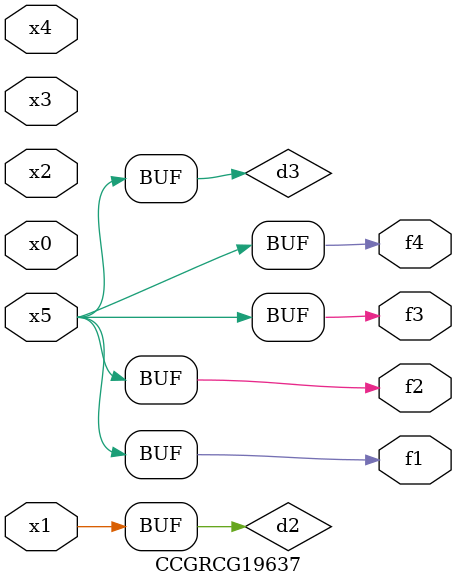
<source format=v>
module CCGRCG19637(
	input x0, x1, x2, x3, x4, x5,
	output f1, f2, f3, f4
);

	wire d1, d2, d3;

	not (d1, x5);
	or (d2, x1);
	xnor (d3, d1);
	assign f1 = d3;
	assign f2 = d3;
	assign f3 = d3;
	assign f4 = d3;
endmodule

</source>
